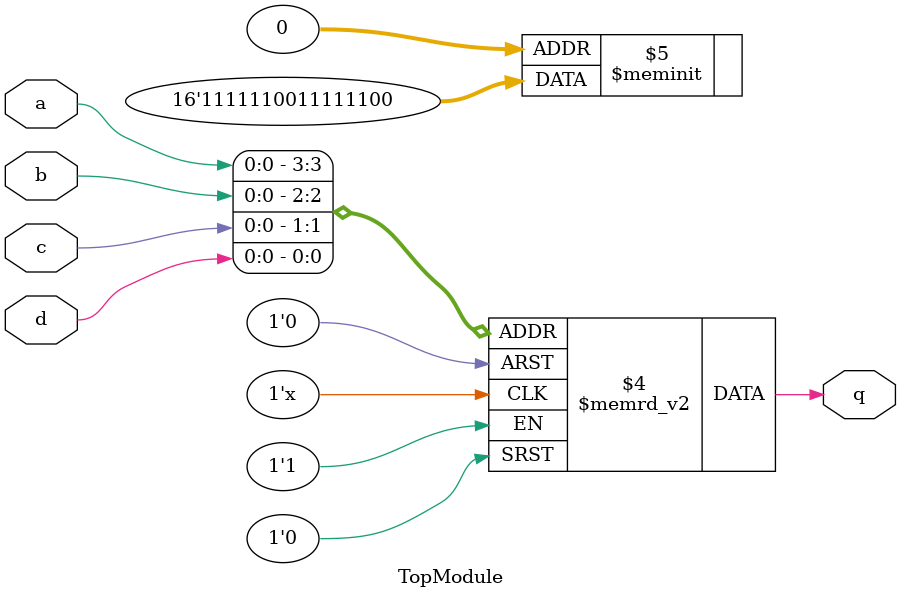
<source format=sv>

module TopModule(
    input a,
    input b,
    input c,
    input d,
    output reg q
);

always @*
begin
    case({a, b, c, d})
        4'b0000: q = 1'b0;
        4'b0001: q = 1'b0;
        4'b0010: q = 1'b1;
        4'b0011: q = 1'b1;
        4'b0100: q = 1'b1;
        4'b0101: q = 1'b1;
        4'b0110: q = 1'b1;
        4'b0111: q = 1'b1;
        4'b1000: q = 1'b0;
        4'b1001: q = 1'b0;
        4'b1010: q = 1'b1;
        4'b1011: q = 1'b1;
        4'b1100: q = 1'b1;
        4'b1101: q = 1'b1;
        4'b1110: q = 1'b1;
        4'b1111: q = 1'b1;
    endcase
end

endmodule
</source>
